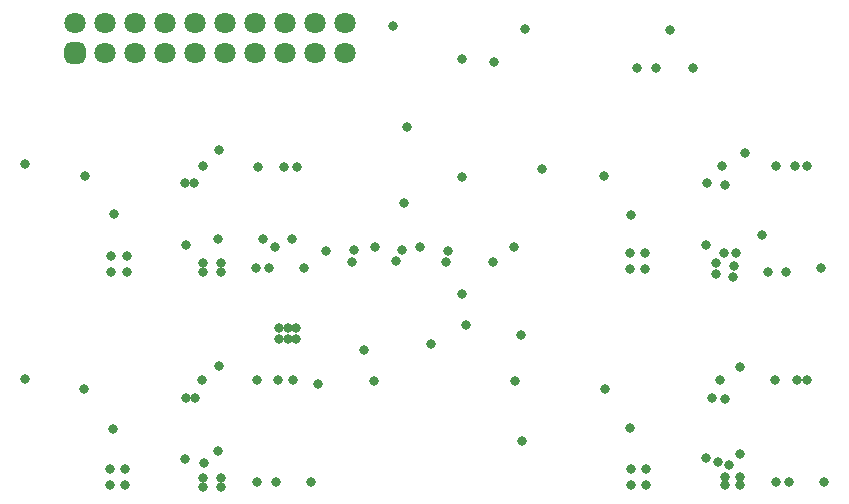
<source format=gbs>
G04*
G04 #@! TF.GenerationSoftware,Altium Limited,Altium Designer,23.4.1 (23)*
G04*
G04 Layer_Color=16711935*
%FSLAX44Y44*%
%MOMM*%
G71*
G04*
G04 #@! TF.SameCoordinates,D2C56FB1-3194-4FD5-B733-79DB95D4BDB6*
G04*
G04*
G04 #@! TF.FilePolarity,Negative*
G04*
G01*
G75*
%ADD68C,1.8032*%
G04:AMPARAMS|DCode=69|XSize=1.8032mm|YSize=1.8032mm|CornerRadius=0.5016mm|HoleSize=0mm|Usage=FLASHONLY|Rotation=0.000|XOffset=0mm|YOffset=0mm|HoleType=Round|Shape=RoundedRectangle|*
%AMROUNDEDRECTD69*
21,1,1.8032,0.8000,0,0,0.0*
21,1,0.8000,1.8032,0,0,0.0*
1,1,1.0032,0.4000,-0.4000*
1,1,1.0032,-0.4000,-0.4000*
1,1,1.0032,-0.4000,0.4000*
1,1,1.0032,0.4000,0.4000*
%
%ADD69ROUNDEDRECTD69*%
%ADD70C,0.8032*%
D68*
X1357884Y735330D02*
D03*
X1383284D02*
D03*
X1510284Y760730D02*
D03*
X1484884D02*
D03*
X1459484Y760730D02*
D03*
X1510284Y735330D02*
D03*
X1484884D02*
D03*
X1459484D02*
D03*
X1281684Y760730D02*
D03*
X1307084Y735330D02*
D03*
X1307084Y760730D02*
D03*
X1332484Y735330D02*
D03*
Y760730D02*
D03*
X1357884D02*
D03*
X1408684Y735330D02*
D03*
X1383284Y760730D02*
D03*
X1408684D02*
D03*
X1434084Y735330D02*
D03*
Y760730D02*
D03*
D69*
X1281684Y735330D02*
D03*
D70*
X1314196Y598424D02*
D03*
X1313180Y416560D02*
D03*
X1751543Y417281D02*
D03*
X1402080Y577850D02*
D03*
X1402588Y397589D02*
D03*
X1844548Y395684D02*
D03*
Y376174D02*
D03*
X1874548Y371868D02*
D03*
X1844294Y368808D02*
D03*
X1885696Y371868D02*
D03*
X1517650Y567944D02*
D03*
X1558290D02*
D03*
X1597406Y567436D02*
D03*
X1752346Y597916D02*
D03*
X1824228Y556768D02*
D03*
X1838452Y545338D02*
D03*
X1838960Y554736D02*
D03*
X1823974Y548132D02*
D03*
X1390142Y367284D02*
D03*
X1404874Y375158D02*
D03*
X1389888Y375412D02*
D03*
X1815222Y572383D02*
D03*
X1868180Y549777D02*
D03*
X1883646D02*
D03*
X1840738Y565658D02*
D03*
X1830578Y565912D02*
D03*
X1435182Y371868D02*
D03*
X1481156Y371614D02*
D03*
X1451156D02*
D03*
X1494028Y567436D02*
D03*
X1389888Y639318D02*
D03*
X1436116Y638302D02*
D03*
X1458468D02*
D03*
X1469644D02*
D03*
X1389126Y457708D02*
D03*
X1453134Y457962D02*
D03*
X1435100Y458216D02*
D03*
X1465834D02*
D03*
X1848612Y650494D02*
D03*
X1901444Y639064D02*
D03*
X1890776Y639318D02*
D03*
X1875028Y639064D02*
D03*
X1829308D02*
D03*
X1901444Y457962D02*
D03*
X1892300D02*
D03*
X1874266Y457708D02*
D03*
X1390396Y388112D02*
D03*
X1815592Y391668D02*
D03*
X1835404Y386334D02*
D03*
X1404874Y367284D02*
D03*
X1465326Y577088D02*
D03*
X1451102Y570992D02*
D03*
X1440688Y577342D02*
D03*
X1827290Y458078D02*
D03*
X1635506Y558024D02*
D03*
X1653032Y571000D02*
D03*
X1595374Y558024D02*
D03*
X1535430Y570366D02*
D03*
X1515618Y558024D02*
D03*
X1573530Y571000D02*
D03*
X1772920Y722630D02*
D03*
X1757172D02*
D03*
X1662684Y755650D02*
D03*
X1636014Y727710D02*
D03*
X1609090Y730156D02*
D03*
X1915696Y371868D02*
D03*
X1445502Y552825D02*
D03*
X1475502D02*
D03*
X1389380Y557022D02*
D03*
Y549402D02*
D03*
X1404874Y557022D02*
D03*
Y549402D02*
D03*
X1658620Y496570D02*
D03*
X1382268Y624586D02*
D03*
X1374902D02*
D03*
X1434354Y552825D02*
D03*
X1862707Y580668D02*
D03*
X1831770Y623285D02*
D03*
X1816862Y624840D02*
D03*
X1820926Y442976D02*
D03*
X1831788Y442328D02*
D03*
X1785112Y754634D02*
D03*
X1311910Y563372D02*
D03*
X1403350Y469900D02*
D03*
X1550924Y757936D02*
D03*
X1562100Y672084D02*
D03*
X1525778Y483870D02*
D03*
X1487170Y454914D02*
D03*
X1612392Y504698D02*
D03*
X1552956Y559054D02*
D03*
X1660144Y406146D02*
D03*
X1654302Y456946D02*
D03*
X1461354Y502412D02*
D03*
X1468628D02*
D03*
X1454081D02*
D03*
Y493014D02*
D03*
X1461354D02*
D03*
X1468628D02*
D03*
X1609344Y530812D02*
D03*
X1804416Y722630D02*
D03*
X1559560Y607568D02*
D03*
X1609344Y629666D02*
D03*
X1582674Y488442D02*
D03*
X1534264Y457096D02*
D03*
X1825956Y388863D02*
D03*
X1831340Y376169D02*
D03*
Y369051D02*
D03*
X1374858Y391426D02*
D03*
X1375046Y572383D02*
D03*
X1312164Y549910D02*
D03*
X1676654Y637032D02*
D03*
X1844040Y469392D02*
D03*
X1403350Y652780D02*
D03*
X1239012Y459232D02*
D03*
X1239266Y640588D02*
D03*
X1752092Y369062D02*
D03*
X1765046Y368808D02*
D03*
X1751838Y382524D02*
D03*
X1765046D02*
D03*
X1311148Y369316D02*
D03*
X1324102Y369062D02*
D03*
X1310894Y382778D02*
D03*
X1324102D02*
D03*
X1325118Y549656D02*
D03*
Y563372D02*
D03*
X1764284Y565404D02*
D03*
X1751076D02*
D03*
X1764284Y551688D02*
D03*
X1751330Y551942D02*
D03*
X1913310Y552813D02*
D03*
X1729668Y631045D02*
D03*
X1729686Y450088D02*
D03*
X1383030Y442976D02*
D03*
X1375137Y443070D02*
D03*
X1289304Y450088D02*
D03*
X1289492Y631045D02*
D03*
M02*

</source>
